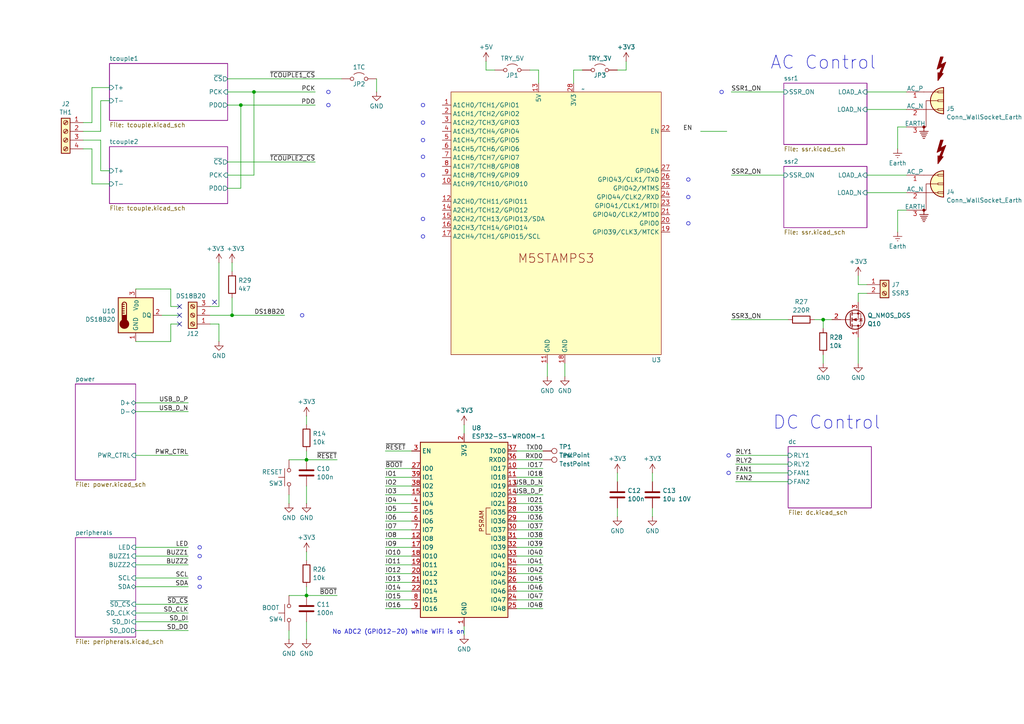
<source format=kicad_sch>
(kicad_sch (version 20231120) (generator "eeschema") (generator_version "8.0")
  (paper "A4")
  (lib_symbols
    (symbol "Connector:Conn_WallSocket_Earth" (pin_names (offset 0))
      (property "Reference" "J" (at 3.81 6.985 0))
      (property "Value" "Conn_WallSocket_Earth" (at 7.62 2.54 90))
      (symbol "Conn_WallSocket_Earth_0_1"
        (circle (center 0 -5.08) (radius 0.3556) (fill (type outline)))
        (polyline (pts (xy -1.27 -6.35) (xy 1.27 -6.35)) (stroke (width 0.2032)))
        (polyline (pts (xy 0 -5.08) (xy 0 -6.35)) (stroke (width 0.2032)))
        (polyline (pts (xy 0.254 -8.382) (xy -0.254 -8.382)) (stroke (width 0.2032)))
        (polyline (pts (xy 0.508 -7.874) (xy -0.508 -7.874)) (stroke (width 0.2032)))
        (polyline (pts (xy 0.762 -7.366) (xy -0.762 -7.366)) (stroke (width 0.2032)))
        (polyline (pts (xy 1.016 -6.858) (xy -1.016 -6.858)) (stroke (width 0.2032)))
        (polyline (pts (xy 4.064 0) (xy 0 0)))
        (polyline (pts (xy 4.064 5.08) (xy 0 5.08)))
        (polyline (pts (xy 5.715 -1.27) (xy 5.715 6.35)) (stroke (width 0.254)))
        (polyline (pts (xy 0 -5.08) (xy 0.635 -5.08) (xy 0.635 2.54) (xy 4.064 2.54)))
        (rectangle (start 5.715 -0.254) (end 4.064 0.254))
        (rectangle (start 5.715 2.286) (end 4.064 2.794))
        (rectangle (start 5.715 4.826) (end 4.064 5.334))
        (arc (start 5.715 6.35) (mid 1.9216 2.54) (end 5.715 -1.27) (stroke (width 0.254)) (fill (type background)))
      )
      (symbol "Conn_WallSocket_Earth_1_1"
        (pin power_in line (at -5.08 5.08 0) (length 5.08) (name "AC_P") (number "1"))
        (pin power_in line (at -5.08 0 0) (length 5.08) (name "AC_N") (number "2"))
        (pin passive line (at -5.08 -5.08 0) (length 5.08) (name "EARTH") (number "3"))
      )
    )
    (symbol "Connector:Screw_Terminal_01x02" (pin_names (offset 1.016) hide)
      (property "Reference" "J" (at 0 2.54 0))
      (property "Value" "Screw_Terminal_01x02" (at 0 -5.08 0))
      (symbol "Screw_Terminal_01x02_1_1"
        (rectangle (start -1.27 1.27) (end 1.27 -3.81) (stroke (width 0.254)) (fill (type background)))
        (circle (center 0 -2.54) (radius 0.635) (stroke (width 0.1524)))
        (polyline (pts (xy -0.5334 -2.2098) (xy 0.3302 -3.048)) (stroke (width 0.1524)))
        (polyline (pts (xy -0.5334 0.3302) (xy 0.3302 -0.508)) (stroke (width 0.1524)))
        (polyline (pts (xy -0.3556 -2.032) (xy 0.508 -2.8702)) (stroke (width 0.1524)))
        (polyline (pts (xy -0.3556 0.508) (xy 0.508 -0.3302)) (stroke (width 0.1524)))
        (circle (center 0 0) (radius 0.635) (stroke (width 0.1524)))
        (pin passive line (at -5.08 0 0) (length 3.81) (name "Pin_1") (number "1"))
        (pin passive line (at -5.08 -2.54 0) (length 3.81) (name "Pin_2") (number "2"))
      )
    )
    (symbol "Connector:Screw_Terminal_01x03" (pin_names (offset 1.016) hide)
      (property "Reference" "J" (at 0 5.08 0))
      (property "Value" "Screw_Terminal_01x03" (at 0 -5.08 0))
      (symbol "Screw_Terminal_01x03_1_1"
        (rectangle (start -1.27 3.81) (end 1.27 -3.81) (stroke (width 0.254)) (fill (type background)))
        (circle (center 0 -2.54) (radius 0.635) (stroke (width 0.1524)))
        (polyline (pts (xy -0.5334 -2.2098) (xy 0.3302 -3.048)) (stroke (width 0.1524)))
        (polyline (pts (xy -0.5334 0.3302) (xy 0.3302 -0.508)) (stroke (width 0.1524)))
        (polyline (pts (xy -0.5334 2.8702) (xy 0.3302 2.032)) (stroke (width 0.1524)))
        (polyline (pts (xy -0.3556 -2.032) (xy 0.508 -2.8702)) (stroke (width 0.1524)))
        (polyline (pts (xy -0.3556 0.508) (xy 0.508 -0.3302)) (stroke (width 0.1524)))
        (polyline (pts (xy -0.3556 3.048) (xy 0.508 2.2098)) (stroke (width 0.1524)))
        (circle (center 0 0) (radius 0.635) (stroke (width 0.1524)))
        (circle (center 0 2.54) (radius 0.635) (stroke (width 0.1524)))
        (pin passive line (at -5.08 2.54 0) (length 3.81) (name "Pin_1") (number "1"))
        (pin passive line (at -5.08 0 0) (length 3.81) (name "Pin_2") (number "2"))
        (pin passive line (at -5.08 -2.54 0) (length 3.81) (name "Pin_3") (number "3"))
      )
    )
    (symbol "Connector:Screw_Terminal_01x04" (pin_names (offset 1.016) hide)
      (property "Reference" "J" (at 0 5.08 0))
      (property "Value" "Screw_Terminal_01x04" (at 0 -7.62 0))
      (symbol "Screw_Terminal_01x04_1_1"
        (rectangle (start -1.27 3.81) (end 1.27 -6.35) (stroke (width 0.254)) (fill (type background)))
        (circle (center 0 -5.08) (radius 0.635) (stroke (width 0.1524)))
        (circle (center 0 -2.54) (radius 0.635) (stroke (width 0.1524)))
        (polyline (pts (xy -0.5334 -4.7498) (xy 0.3302 -5.588)) (stroke (width 0.1524)))
        (polyline (pts (xy -0.5334 -2.2098) (xy 0.3302 -3.048)) (stroke (width 0.1524)))
        (polyline (pts (xy -0.5334 0.3302) (xy 0.3302 -0.508)) (stroke (width 0.1524)))
        (polyline (pts (xy -0.5334 2.8702) (xy 0.3302 2.032)) (stroke (width 0.1524)))
        (polyline (pts (xy -0.3556 -4.572) (xy 0.508 -5.4102)) (stroke (width 0.1524)))
        (polyline (pts (xy -0.3556 -2.032) (xy 0.508 -2.8702)) (stroke (width 0.1524)))
        (polyline (pts (xy -0.3556 0.508) (xy 0.508 -0.3302)) (stroke (width 0.1524)))
        (polyline (pts (xy -0.3556 3.048) (xy 0.508 2.2098)) (stroke (width 0.1524)))
        (circle (center 0 0) (radius 0.635) (stroke (width 0.1524)))
        (circle (center 0 2.54) (radius 0.635) (stroke (width 0.1524)))
        (pin passive line (at -5.08 2.54 0) (length 3.81) (name "Pin_1") (number "1"))
        (pin passive line (at -5.08 0 0) (length 3.81) (name "Pin_2") (number "2"))
        (pin passive line (at -5.08 -2.54 0) (length 3.81) (name "Pin_3") (number "3"))
        (pin passive line (at -5.08 -5.08 0) (length 3.81) (name "Pin_4") (number "4"))
      )
    )
    (symbol "Connector:TestPoint" (pin_numbers hide) (pin_names (offset 0.762) hide)
      (property "Reference" "TP" (at 0 6.858 0))
      (property "Value" "TestPoint" (at 0 5.08 0))
      (symbol "TestPoint_0_1"
        (circle (center 0 3.302) (radius 0.762))
      )
      (symbol "TestPoint_1_1"
        (pin passive line (at 0 0 90) (length 2.54) (name "1") (number "1"))
      )
    )
    (symbol "Device:C" (pin_numbers hide) (pin_names (offset 0.254))
      (property "Reference" "C" (at 0.635 2.54 0))
      (property "Value" "C" (at 0.635 -2.54 0))
      (symbol "C_0_1"
        (polyline (pts (xy -2.032 -0.762) (xy 2.032 -0.762)) (stroke (width 0.508)))
        (polyline (pts (xy -2.032 0.762) (xy 2.032 0.762)) (stroke (width 0.508)))
      )
      (symbol "C_1_1"
        (pin passive line (at 0 3.81 270) (length 2.794) (name "~") (number "1"))
        (pin passive line (at 0 -3.81 90) (length 2.794) (name "~") (number "2"))
      )
    )
    (symbol "Device:Q_NMOS_DGS" (pin_names (offset 0) hide)
      (property "Reference" "Q" (at 5.08 1.27 0))
      (property "Value" "Q_NMOS_DGS" (at 5.08 -1.27 0))
      (symbol "Q_NMOS_DGS_0_1"
        (polyline (pts (xy 0.254 0) (xy -2.54 0)))
        (polyline (pts (xy 0.254 1.905) (xy 0.254 -1.905)) (stroke (width 0.254)))
        (polyline (pts (xy 0.762 -1.27) (xy 0.762 -2.286)) (stroke (width 0.254)))
        (polyline (pts (xy 0.762 0.508) (xy 0.762 -0.508)) (stroke (width 0.254)))
        (polyline (pts (xy 0.762 2.286) (xy 0.762 1.27)) (stroke (width 0.254)))
        (polyline (pts (xy 2.54 2.54) (xy 2.54 1.778)))
        (polyline (pts (xy 2.54 -2.54) (xy 2.54 0) (xy 0.762 0)))
        (polyline (pts (xy 0.762 -1.778) (xy 3.302 -1.778) (xy 3.302 1.778) (xy 0.762 1.778)))
        (polyline (pts (xy 1.016 0) (xy 2.032 0.381) (xy 2.032 -0.381) (xy 1.016 0)) (fill (type outline)))
        (polyline (pts (xy 2.794 0.508) (xy 2.921 0.381) (xy 3.683 0.381) (xy 3.81 0.254)))
        (polyline (pts (xy 3.302 0.381) (xy 2.921 -0.254) (xy 3.683 -0.254) (xy 3.302 0.381)))
        (circle (center 1.651 0) (radius 2.794) (stroke (width 0.254)))
        (circle (center 2.54 -1.778) (radius 0.254) (fill (type outline)))
        (circle (center 2.54 1.778) (radius 0.254) (fill (type outline)))
      )
      (symbol "Q_NMOS_DGS_1_1"
        (pin passive line (at 2.54 5.08 270) (length 2.54) (name "D") (number "1"))
        (pin input line (at -5.08 0 0) (length 2.54) (name "G") (number "2"))
        (pin passive line (at 2.54 -5.08 90) (length 2.54) (name "S") (number "3"))
      )
    )
    (symbol "Device:R" (pin_numbers hide) (pin_names (offset 0))
      (property "Reference" "R" (at 2.032 0 90))
      (property "Value" "R" (at 0 0 90))
      (symbol "R_0_1"
        (rectangle (start -1.016 -2.54) (end 1.016 2.54) (stroke (width 0.254)))
      )
      (symbol "R_1_1"
        (pin passive line (at 0 3.81 270) (length 1.27) (name "~") (number "1"))
        (pin passive line (at 0 -3.81 90) (length 1.27) (name "~") (number "2"))
      )
    )
    (symbol "Graphic:SYM_Flash_Small" (in_bom no) (on_board no)
      (symbol "SYM_Flash_Small_0_1"
        (polyline (pts (xy 0.508 -1.016) (xy -1.016 -0.762) (xy -1.016 -3.048) (xy 0.508 -1.016)) (stroke (width 0.2032)) (fill (type outline)))
        (polyline (pts (xy -0.254 3.81) (xy 0.508 3.81) (xy -0.254 1.524) (xy 1.27 2.286) (xy 0 -1.016) (xy -0.508 -0.762) (xy 0.254 1.016) (xy -1.27 0.254) (xy -0.254 3.81)) (stroke (width 0.2032)) (fill (type outline)))
      )
    )
    (symbol "Jumper:Jumper_2_Open" (pin_numbers hide) (pin_names (offset 0) hide) (exclude_from_sim yes)
      (property "Reference" "JP" (at 0 2.794 0))
      (property "Value" "Jumper_2_Open" (at 0 -2.286 0))
      (symbol "Jumper_2_Open_0_0"
        (circle (center -2.032 0) (radius 0.508))
        (circle (center 2.032 0) (radius 0.508))
      )
      (symbol "Jumper_2_Open_0_1"
        (arc (start 1.524 1.27) (mid 0 1.778) (end -1.524 1.27))
      )
      (symbol "Jumper_2_Open_1_1"
        (pin passive line (at -5.08 0 0) (length 2.54) (name "A") (number "1"))
        (pin passive line (at 5.08 0 180) (length 2.54) (name "B") (number "2"))
      )
    )
    (symbol "M5Stack:M5STAMPS3"
      (property "Reference" "U" (at -48.26 -2.54 0))
      (symbol "M5STAMPS3_0_1"
        (rectangle (start -30.48 36.83) (end 30.48 -39.37) (fill (type background)))
      )
      (symbol "M5STAMPS3_1_0"
        (text "M5STAMPS3\n" (at 0 -11.43 0) (effects (font (size 2.54 2.54))))
      )
      (symbol "M5STAMPS3_1_1"
        (pin bidirectional line (at -33.02 33.02 0) (length 2.54) (name "A1CH0/TCH1/GPIO1") (number "1"))
        (pin bidirectional line (at -33.02 10.16 0) (length 2.54) (name "A1CH9/TCH10/GPIO10") (number "10"))
        (pin power_in line (at -2.54 -41.91 90) (length 2.54) (name "GND") (number "11"))
        (pin bidirectional line (at -33.02 5.08 0) (length 2.54) (name "A2CH0/TCH11/GPIO11") (number "12"))
        (pin power_in line (at -5.08 39.37 270) (length 2.54) (name "5V") (number "13"))
        (pin bidirectional line (at -33.02 2.54 0) (length 2.54) (name "A2CH1/TCH12/GPIO12") (number "14"))
        (pin bidirectional line (at -33.02 0 0) (length 2.54) (name "A2CH2/TCH13/GPIO13/SDA") (number "15"))
        (pin bidirectional line (at -33.02 -2.54 0) (length 2.54) (name "A2CH3/TCH14/GPIO14") (number "16"))
        (pin bidirectional line (at -33.02 -5.08 0) (length 2.54) (name "A2CH4/TCH1/GPIO15/SCL") (number "17"))
        (pin power_in line (at 2.54 -41.91 90) (length 2.54) (name "GND") (number "18"))
        (pin bidirectional line (at 33.02 -3.81 180) (length 2.54) (name "GPIO39/CLK3/MTCK") (number "19"))
        (pin bidirectional line (at -33.02 30.48 0) (length 2.54) (name "A1CH1/TCH2/GPIO2") (number "2"))
        (pin bidirectional line (at 33.02 -1.27 180) (length 2.54) (name "GPIO0") (number "20"))
        (pin bidirectional line (at 33.02 1.27 180) (length 2.54) (name "GPIO40/CLK2/MTD0") (number "21"))
        (pin input line (at 33.02 25.4 180) (length 2.54) (name "EN") (number "22"))
        (pin bidirectional line (at 33.02 3.81 180) (length 2.54) (name "GPIO41/CLK1/MTDI") (number "23"))
        (pin bidirectional line (at 33.02 6.35 180) (length 2.54) (name "GPIO44/CLK2/RXD") (number "24"))
        (pin bidirectional line (at 33.02 8.89 180) (length 2.54) (name "GPIO42/MTMS") (number "25"))
        (pin bidirectional line (at 33.02 11.43 180) (length 2.54) (name "GPIO43/CLK1/TXD") (number "26"))
        (pin bidirectional line (at 33.02 13.97 180) (length 2.54) (name "GPIO46") (number "27"))
        (pin power_in line (at 5.08 39.37 270) (length 2.54) (name "3V3") (number "28"))
        (pin bidirectional line (at -33.02 27.94 0) (length 2.54) (name "A1CH2/TCH3/GPIO3") (number "3"))
        (pin bidirectional line (at -33.02 25.4 0) (length 2.54) (name "A1CH3/TCH4/GPIO4") (number "4"))
        (pin bidirectional line (at -33.02 22.86 0) (length 2.54) (name "A1CH4/TCH5/GPIO5") (number "5"))
        (pin bidirectional line (at -33.02 20.32 0) (length 2.54) (name "A1CH5/TCH6/GPIO6") (number "6"))
        (pin bidirectional line (at -33.02 17.78 0) (length 2.54) (name "A1CH6/TCH7/GPIO7") (number "7"))
        (pin bidirectional line (at -33.02 15.24 0) (length 2.54) (name "A1CH7/TCH8/GPIO8") (number "8"))
        (pin bidirectional line (at -33.02 12.7 0) (length 2.54) (name "A1CH8/TCH9/GPIO9") (number "9"))
      )
    )
    (symbol "RF_Module:ESP32-S3-WROOM-1"
      (property "Reference" "U" (at -12.7 26.67 0))
      (property "Value" "ESP32-S3-WROOM-1" (at 12.7 26.67 0))
      (symbol "ESP32-S3-WROOM-1_0_0"
        (rectangle (start -12.7 25.4) (end 12.7 -25.4) (stroke (width 0.254)) (fill (type background)))
        (text "PSRAM" (at 5.08 2.54 900) (effects (font (size 1.27 1.27))))
      )
      (symbol "ESP32-S3-WROOM-1_0_1"
        (polyline (pts (xy 7.62 -1.27) (xy 6.35 -1.27) (xy 6.35 6.35) (xy 7.62 6.35)))
      )
      (symbol "ESP32-S3-WROOM-1_1_1"
        (pin power_in line (at 0 -27.94 90) (length 2.54) (name "GND") (number "1"))
        (pin bidirectional line (at 15.24 17.78 180) (length 2.54) (name "IO17") (number "10"))
        (pin bidirectional line (at 15.24 15.24 180) (length 2.54) (name "IO18") (number "11"))
        (pin bidirectional line (at -15.24 -2.54 0) (length 2.54) (name "IO8") (number "12"))
        (pin bidirectional line (at 15.24 12.7 180) (length 2.54) (name "IO19") (number "13"))
        (pin bidirectional line (at 15.24 10.16 180) (length 2.54) (name "IO20") (number "14"))
        (pin bidirectional line (at -15.24 10.16 0) (length 2.54) (name "IO3") (number "15"))
        (pin bidirectional line (at 15.24 -17.78 180) (length 2.54) (name "IO46") (number "16"))
        (pin bidirectional line (at -15.24 -5.08 0) (length 2.54) (name "IO9") (number "17"))
        (pin bidirectional line (at -15.24 -7.62 0) (length 2.54) (name "IO10") (number "18"))
        (pin bidirectional line (at -15.24 -10.16 0) (length 2.54) (name "IO11") (number "19"))
        (pin power_in line (at 0 27.94 270) (length 2.54) (name "3V3") (number "2"))
        (pin bidirectional line (at -15.24 -12.7 0) (length 2.54) (name "IO12") (number "20"))
        (pin bidirectional line (at -15.24 -15.24 0) (length 2.54) (name "IO13") (number "21"))
        (pin bidirectional line (at -15.24 -17.78 0) (length 2.54) (name "IO14") (number "22"))
        (pin bidirectional line (at 15.24 7.62 180) (length 2.54) (name "IO21") (number "23"))
        (pin bidirectional line (at 15.24 -20.32 180) (length 2.54) (name "IO47") (number "24"))
        (pin bidirectional line (at 15.24 -22.86 180) (length 2.54) (name "IO48") (number "25"))
        (pin bidirectional line (at 15.24 -15.24 180) (length 2.54) (name "IO45") (number "26"))
        (pin bidirectional line (at -15.24 17.78 0) (length 2.54) (name "IO0") (number "27"))
        (pin bidirectional line (at 15.24 5.08 180) (length 2.54) (name "IO35") (number "28"))
        (pin bidirectional line (at 15.24 2.54 180) (length 2.54) (name "IO36") (number "29"))
        (pin input line (at -15.24 22.86 0) (length 2.54) (name "EN") (number "3"))
        (pin bidirectional line (at 15.24 0 180) (length 2.54) (name "IO37") (number "30"))
        (pin bidirectional line (at 15.24 -2.54 180) (length 2.54) (name "IO38") (number "31"))
        (pin bidirectional line (at 15.24 -5.08 180) (length 2.54) (name "IO39") (number "32"))
        (pin bidirectional line (at 15.24 -7.62 180) (length 2.54) (name "IO40") (number "33"))
        (pin bidirectional line (at 15.24 -10.16 180) (length 2.54) (name "IO41") (number "34"))
        (pin bidirectional line (at 15.24 -12.7 180) (length 2.54) (name "IO42") (number "35"))
        (pin bidirectional line (at 15.24 20.32 180) (length 2.54) (name "RXD0") (number "36"))
        (pin bidirectional line (at 15.24 22.86 180) (length 2.54) (name "TXD0") (number "37"))
        (pin bidirectional line (at -15.24 12.7 0) (length 2.54) (name "IO2") (number "38"))
        (pin bidirectional line (at -15.24 15.24 0) (length 2.54) (name "IO1") (number "39"))
        (pin bidirectional line (at -15.24 7.62 0) (length 2.54) (name "IO4") (number "4"))
        (pin passive line (at 0 -27.94 90) (length 2.54) hide (name "GND") (number "40"))
        (pin passive line (at 0 -27.94 90) (length 2.54) hide (name "GND") (number "41"))
        (pin bidirectional line (at -15.24 5.08 0) (length 2.54) (name "IO5") (number "5"))
        (pin bidirectional line (at -15.24 2.54 0) (length 2.54) (name "IO6") (number "6"))
        (pin bidirectional line (at -15.24 0 0) (length 2.54) (name "IO7") (number "7"))
        (pin bidirectional line (at -15.24 -20.32 0) (length 2.54) (name "IO15") (number "8"))
        (pin bidirectional line (at -15.24 -22.86 0) (length 2.54) (name "IO16") (number "9"))
      )
    )
    (symbol "Sensor_Temperature:DS18B20"
      (property "Reference" "U" (at -3.81 6.35 0))
      (property "Value" "DS18B20" (at 6.35 6.35 0))
      (symbol "DS18B20_0_1"
        (rectangle (start -5.08 5.08) (end 5.08 -5.08) (stroke (width 0.254)) (fill (type background)))
        (circle (center -3.302 -2.54) (radius 1.27) (stroke (width 0.254)) (fill (type outline)))
        (rectangle (start -2.667 -1.905) (end -3.937 0) (stroke (width 0.254)) (fill (type outline)))
        (arc (start -2.667 3.175) (mid -3.302 3.8073) (end -3.937 3.175) (stroke (width 0.254)))
        (polyline (pts (xy -3.937 0.635) (xy -3.302 0.635)) (stroke (width 0.254)))
        (polyline (pts (xy -3.937 1.27) (xy -3.302 1.27)) (stroke (width 0.254)))
        (polyline (pts (xy -3.937 1.905) (xy -3.302 1.905)) (stroke (width 0.254)))
        (polyline (pts (xy -3.937 2.54) (xy -3.302 2.54)) (stroke (width 0.254)))
        (polyline (pts (xy -3.937 3.175) (xy -3.937 0)) (stroke (width 0.254)))
        (polyline (pts (xy -3.937 3.175) (xy -3.302 3.175)) (stroke (width 0.254)))
        (polyline (pts (xy -2.667 3.175) (xy -2.667 0)) (stroke (width 0.254)))
      )
      (symbol "DS18B20_1_1"
        (pin power_in line (at 0 -7.62 90) (length 2.54) (name "GND") (number "1"))
        (pin bidirectional line (at 7.62 0 180) (length 2.54) (name "DQ") (number "2"))
        (pin power_in line (at 0 7.62 270) (length 2.54) (name "V_{DD}") (number "3"))
      )
    )
    (symbol "Switch:SW_Push" (pin_numbers hide) (pin_names (offset 1.016) hide)
      (property "Reference" "SW" (at 1.27 2.54 0))
      (property "Value" "SW_Push" (at 0 -1.524 0))
      (symbol "SW_Push_0_1"
        (circle (center -2.032 0) (radius 0.508))
        (polyline (pts (xy 0 1.27) (xy 0 3.048)))
        (polyline (pts (xy 2.54 1.27) (xy -2.54 1.27)))
        (circle (center 2.032 0) (radius 0.508))
        (pin passive line (at -5.08 0 0) (length 2.54) (name "1") (number "1"))
        (pin passive line (at 5.08 0 180) (length 2.54) (name "2") (number "2"))
      )
    )
    (symbol "power:+3V3" (power) (pin_numbers hide) (pin_names (offset 0) hide)
      (property "Value" "+3V3" (at 0 3.556 0))
      (symbol "+3V3_0_1"
        (polyline (pts (xy -0.762 1.27) (xy 0 2.54)))
        (polyline (pts (xy 0 0) (xy 0 2.54)))
        (polyline (pts (xy 0 2.54) (xy 0.762 1.27)))
      )
      (symbol "+3V3_1_1"
        (pin power_in line (at 0 0 90) (length 0) (name "~") (number "1"))
      )
    )
    (symbol "power:+5V" (power) (pin_numbers hide) (pin_names (offset 0) hide)
      (property "Value" "+5V" (at 0 3.556 0))
      (symbol "+5V_0_1"
        (polyline (pts (xy -0.762 1.27) (xy 0 2.54)))
        (polyline (pts (xy 0 0) (xy 0 2.54)))
        (polyline (pts (xy 0 2.54) (xy 0.762 1.27)))
      )
      (symbol "+5V_1_1"
        (pin power_in line (at 0 0 90) (length 0) (name "~") (number "1"))
      )
    )
    (symbol "power:Earth" (power) (pin_numbers hide) (pin_names (offset 0) hide)
      (property "Value" "Earth" (at 0 -3.81 0))
      (symbol "Earth_0_1"
        (polyline (pts (xy -0.635 -1.905) (xy 0.635 -1.905)))
        (polyline (pts (xy -0.127 -2.54) (xy 0.127 -2.54)))
        (polyline (pts (xy 0 -1.27) (xy 0 0)))
        (polyline (pts (xy 1.27 -1.27) (xy -1.27 -1.27)))
      )
      (symbol "Earth_1_1"
        (pin power_in line (at 0 0 270) (length 0) (name "~") (number "1"))
      )
    )
    (symbol "power:GND" (power) (pin_numbers hide) (pin_names (offset 0) hide)
      (property "Value" "GND" (at 0 -3.81 0))
      (symbol "GND_0_1"
        (polyline (pts (xy 0 0) (xy 0 -1.27) (xy 1.27 -1.27) (xy 0 -2.54) (xy -1.27 -1.27) (xy 0 -1.27)))
      )
      (symbol "GND_1_1"
        (pin power_in line (at 0 0 270) (length 0) (name "~") (number "1"))
      )
    )
  )
  (junction (at 88.9 172.72))
  (junction (at 88.9 133.35))
  (junction (at 67.31 91.44))
  (junction (at 69.85 30.48))
  (junction (at 238.76 92.71))
  (junction (at 73.66 26.67))
  (no_connect (at 52.07 93.98))
  (no_connect (at 52.07 91.44))
  (no_connect (at 52.07 88.9))
  (no_connect (at 62.23 87.63))
  (no_connect (at 278.13 -8.89))
  (wire (pts (xy 46.99 91.44) (xy 52.07 91.44)))
  (wire (pts (xy 24.13 40.64) (xy 29.21 40.64)))
  (wire (pts (xy 149.86 171.45) (xy 157.48 171.45)))
  (wire (pts (xy 260.35 36.83) (xy 260.35 43.18)))
  (wire (pts (xy 149.86 166.37) (xy 157.48 166.37)))
  (wire (pts (xy 88.9 120.65) (xy 88.9 123.19)))
  (wire (pts (xy 203.2 38.1) (xy 210.82 38.1)))
  (wire (pts (xy 83.82 133.35) (xy 88.9 133.35)))
  (wire (pts (xy 39.37 83.82) (xy 49.53 83.82)))
  (wire (pts (xy 213.36 137.16) (xy 228.6 137.16)))
  (wire (pts (xy 158.75 105.41) (xy 158.75 109.22)))
  (wire (pts (xy 88.9 160.02) (xy 88.9 162.56)))
  (wire (pts (xy 251.46 26.67) (xy 262.89 26.67)))
  (wire (pts (xy 66.04 26.67) (xy 73.66 26.67)))
  (wire (pts (xy 111.76 130.81) (xy 119.38 130.81)))
  (wire (pts (xy 49.53 99.06) (xy 49.53 93.98)))
  (wire (pts (xy 149.86 148.59) (xy 157.48 148.59)))
  (wire (pts (xy 149.86 143.51) (xy 157.48 143.51)))
  (wire (pts (xy 149.86 161.29) (xy 157.48 161.29)))
  (wire (pts (xy 251.46 50.8) (xy 262.89 50.8)))
  (wire (pts (xy 63.5 88.9) (xy 63.5 76.2)))
  (wire (pts (xy 248.92 97.79) (xy 248.92 105.41)))
  (wire (pts (xy 88.9 172.72) (xy 97.79 172.72)))
  (wire (pts (xy 149.86 135.89) (xy 157.48 135.89)))
  (wire (pts (xy 39.37 163.83) (xy 54.61 163.83)))
  (wire (pts (xy 88.9 180.34) (xy 88.9 185.42)))
  (wire (pts (xy 26.67 53.34) (xy 31.75 53.34)))
  (wire (pts (xy 67.31 76.2) (xy 67.31 78.74)))
  (wire (pts (xy 88.9 170.18) (xy 88.9 172.72)))
  (wire (pts (xy 111.76 176.53) (xy 119.38 176.53)))
  (wire (pts (xy 66.04 46.99) (xy 91.44 46.99)))
  (wire (pts (xy 29.21 49.53) (xy 31.75 49.53)))
  (wire (pts (xy 60.96 91.44) (xy 67.31 91.44)))
  (wire (pts (xy 69.85 30.48) (xy 69.85 54.61)))
  (wire (pts (xy 166.37 20.32) (xy 166.37 24.13)))
  (wire (pts (xy 251.46 31.75) (xy 262.89 31.75)))
  (wire (pts (xy 149.86 168.91) (xy 157.48 168.91)))
  (wire (pts (xy 248.92 82.55) (xy 251.46 82.55)))
  (wire (pts (xy 149.86 133.35) (xy 157.48 133.35)))
  (wire (pts (xy 189.23 137.16) (xy 189.23 139.7)))
  (wire (pts (xy 60.96 88.9) (xy 63.5 88.9)))
  (wire (pts (xy 179.07 137.16) (xy 179.07 139.7)))
  (wire (pts (xy 66.04 50.8) (xy 73.66 50.8)))
  (wire (pts (xy 149.86 173.99) (xy 157.48 173.99)))
  (wire (pts (xy 39.37 175.26) (xy 54.61 175.26)))
  (wire (pts (xy 153.67 20.32) (xy 156.21 20.32)))
  (wire (pts (xy 251.46 55.88) (xy 262.89 55.88)))
  (wire (pts (xy 66.04 54.61) (xy 69.85 54.61)))
  (wire (pts (xy 111.76 171.45) (xy 119.38 171.45)))
  (wire (pts (xy 156.21 20.32) (xy 156.21 24.13)))
  (wire (pts (xy 60.96 93.98) (xy 63.5 93.98)))
  (wire (pts (xy 149.86 163.83) (xy 157.48 163.83)))
  (wire (pts (xy 149.86 156.21) (xy 157.48 156.21)))
  (wire (pts (xy 238.76 92.71) (xy 241.3 92.71)))
  (wire (pts (xy 39.37 158.75) (xy 54.61 158.75)))
  (wire (pts (xy 149.86 138.43) (xy 157.48 138.43)))
  (wire (pts (xy 212.09 50.8) (xy 227.33 50.8)))
  (wire (pts (xy 238.76 92.71) (xy 238.76 95.25)))
  (wire (pts (xy 39.37 167.64) (xy 54.61 167.64)))
  (wire (pts (xy 26.67 35.56) (xy 26.67 25.4)))
  (wire (pts (xy 149.86 130.81) (xy 157.48 130.81)))
  (wire (pts (xy 67.31 91.44) (xy 67.31 86.36)))
  (wire (pts (xy 149.86 158.75) (xy 157.48 158.75)))
  (wire (pts (xy 73.66 26.67) (xy 73.66 50.8)))
  (wire (pts (xy 260.35 60.96) (xy 260.35 67.31)))
  (wire (pts (xy 26.67 25.4) (xy 31.75 25.4)))
  (wire (pts (xy 24.13 43.18) (xy 26.67 43.18)))
  (wire (pts (xy 73.66 26.67) (xy 91.44 26.67)))
  (wire (pts (xy 213.36 132.08) (xy 228.6 132.08)))
  (wire (pts (xy 163.83 105.41) (xy 163.83 109.22)))
  (wire (pts (xy 88.9 133.35) (xy 97.79 133.35)))
  (wire (pts (xy 238.76 102.87) (xy 238.76 105.41)))
  (wire (pts (xy 111.76 148.59) (xy 119.38 148.59)))
  (wire (pts (xy 109.22 22.86) (xy 109.22 26.67)))
  (wire (pts (xy 149.86 176.53) (xy 157.48 176.53)))
  (wire (pts (xy 140.97 17.78) (xy 140.97 20.32)))
  (wire (pts (xy 111.76 140.97) (xy 119.38 140.97)))
  (wire (pts (xy 83.82 143.51) (xy 83.82 146.05)))
  (wire (pts (xy 111.76 146.05) (xy 119.38 146.05)))
  (wire (pts (xy 39.37 99.06) (xy 49.53 99.06)))
  (wire (pts (xy 149.86 146.05) (xy 157.48 146.05)))
  (wire (pts (xy 111.76 168.91) (xy 119.38 168.91)))
  (wire (pts (xy 212.09 26.67) (xy 227.33 26.67)))
  (wire (pts (xy 69.85 30.48) (xy 66.04 30.48)))
  (wire (pts (xy 39.37 182.88) (xy 54.61 182.88)))
  (wire (pts (xy 179.07 20.32) (xy 181.61 20.32)))
  (wire (pts (xy 248.92 85.09) (xy 251.46 85.09)))
  (wire (pts (xy 179.07 147.32) (xy 179.07 149.86)))
  (wire (pts (xy 39.37 132.08) (xy 54.61 132.08)))
  (wire (pts (xy 49.53 83.82) (xy 49.53 88.9)))
  (wire (pts (xy 39.37 180.34) (xy 54.61 180.34)))
  (wire (pts (xy 49.53 93.98) (xy 52.07 93.98)))
  (wire (pts (xy 149.86 153.67) (xy 157.48 153.67)))
  (wire (pts (xy 149.86 151.13) (xy 157.48 151.13)))
  (wire (pts (xy 111.76 173.99) (xy 119.38 173.99)))
  (wire (pts (xy 29.21 40.64) (xy 29.21 49.53)))
  (wire (pts (xy 166.37 20.32) (xy 168.91 20.32)))
  (wire (pts (xy 26.67 43.18) (xy 26.67 53.34)))
  (wire (pts (xy 236.22 92.71) (xy 238.76 92.71)))
  (wire (pts (xy 111.76 143.51) (xy 119.38 143.51)))
  (wire (pts (xy 29.21 38.1) (xy 29.21 29.21)))
  (wire (pts (xy 134.62 123.19) (xy 134.62 125.73)))
  (wire (pts (xy 213.36 139.7) (xy 228.6 139.7)))
  (wire (pts (xy 39.37 161.29) (xy 54.61 161.29)))
  (wire (pts (xy 111.76 166.37) (xy 119.38 166.37)))
  (wire (pts (xy 67.31 91.44) (xy 82.55 91.44)))
  (wire (pts (xy 262.89 60.96) (xy 260.35 60.96)))
  (wire (pts (xy 111.76 151.13) (xy 119.38 151.13)))
  (wire (pts (xy 111.76 156.21) (xy 119.38 156.21)))
  (wire (pts (xy 83.82 182.88) (xy 83.82 185.42)))
  (wire (pts (xy 212.09 92.71) (xy 228.6 92.71)))
  (wire (pts (xy 111.76 163.83) (xy 119.38 163.83)))
  (wire (pts (xy 49.53 88.9) (xy 52.07 88.9)))
  (wire (pts (xy 39.37 177.8) (xy 54.61 177.8)))
  (wire (pts (xy 248.92 85.09) (xy 248.92 87.63)))
  (wire (pts (xy 66.04 22.86) (xy 99.06 22.86)))
  (wire (pts (xy 88.9 130.81) (xy 88.9 133.35)))
  (wire (pts (xy 181.61 20.32) (xy 181.61 17.78)))
  (wire (pts (xy 134.62 181.61) (xy 134.62 184.15)))
  (wire (pts (xy 24.13 35.56) (xy 26.67 35.56)))
  (wire (pts (xy 213.36 134.62) (xy 228.6 134.62)))
  (wire (pts (xy 83.82 172.72) (xy 88.9 172.72)))
  (wire (pts (xy 29.21 29.21) (xy 31.75 29.21)))
  (wire (pts (xy 39.37 170.18) (xy 54.61 170.18)))
  (wire (pts (xy 63.5 93.98) (xy 63.5 99.06)))
  (wire (pts (xy 111.76 138.43) (xy 119.38 138.43)))
  (wire (pts (xy 39.37 116.84) (xy 54.61 116.84)))
  (wire (pts (xy 262.89 36.83) (xy 260.35 36.83)))
  (wire (pts (xy 189.23 147.32) (xy 189.23 149.86)))
  (wire (pts (xy 140.97 20.32) (xy 143.51 20.32)))
  (wire (pts (xy 111.76 153.67) (xy 119.38 153.67)))
  (wire (pts (xy 111.76 161.29) (xy 119.38 161.29)))
  (wire (pts (xy 69.85 30.48) (xy 91.44 30.48)))
  (wire (pts (xy 149.86 140.97) (xy 157.48 140.97)))
  (wire (pts (xy 111.76 158.75) (xy 119.38 158.75)))
  (wire (pts (xy 24.13 38.1) (xy 29.21 38.1)))
  (wire (pts (xy 248.92 80.01) (xy 248.92 82.55)))
  (wire (pts (xy 111.76 135.89) (xy 119.38 135.89)))
  (wire (pts (xy 39.37 119.38) (xy 54.61 119.38)))
  (wire (pts (xy 88.9 140.97) (xy 88.9 146.05)))
  (circle (center 199.644 52.07) (radius 0.508))
  (circle (center 57.912 161.29) (radius 0.508))
  (circle (center 211.328 132.08) (radius 0.508))
  (circle (center 211.328 137.16) (radius 0.508))
  (circle (center 122.682 63.5) (radius 0.508))
  (circle (center 122.682 40.64) (radius 0.508))
  (circle (center 95.25 30.48) (radius 0.508))
  (circle (center 122.682 45.466) (radius 0.508))
  (circle (center 95.25 26.67) (radius 0.508))
  (circle (center 199.644 57.15) (radius 0.508))
  (circle (center 122.682 50.8) (radius 0.508))
  (circle (center 57.912 158.75) (radius 0.508))
  (circle (center 209.296 26.67) (radius 0.508))
  (circle (center 57.912 167.64) (radius 0.508))
  (circle (center 87.63 91.44) (radius 0.508))
  (circle (center 57.912 170.18) (radius 0.508))
  (circle (center 122.682 35.56) (radius 0.508))
  (circle (center 122.682 68.58) (radius 0.508))
  (circle (center 199.644 64.77) (radius 0.508))
  (circle (center 122.682 30.48) (radius 0.508))
  (text "DC Control" (at 239.776 122.682 0) (effects (font (size 3.81 3.81))))
  (text "AC Control" (at 238.76 18.288 0) (effects (font (size 3.81 3.81))))
  (text "No ADC2 (GPIO12-20) while WiFi is on" (at 115.57 183.388 0) (effects (font (size 1.27 1.27))))
  (label "IO17" (at 157.48 135.89 180))
  (label "PDO" (at 91.44 30.48 180))
  (label "IO21" (at 157.48 146.05 180))
  (label "IO15" (at 111.76 173.99 0))
  (label "IO10" (at 111.76 161.29 0))
  (label "SD_DO" (at 54.61 182.88 180))
  (label "RLY1" (at 213.36 132.08 0))
  (label "IO18" (at 157.48 138.43 180))
  (label "IO41" (at 157.48 163.83 180))
  (label "IO36" (at 157.48 151.13 180))
  (label "~{SD_CS}" (at 54.61 175.26 180))
  (label "USB_D_P" (at 157.48 143.51 180))
  (label "IO2" (at 111.76 140.97 0))
  (label "RXD0" (at 157.48 133.35 180))
  (label "IO40" (at 157.48 161.29 180))
  (label "DS18B20" (at 82.55 91.44 180))
  (label "IO46" (at 157.48 171.45 180))
  (label "~{BOOT}" (at 111.76 135.89 0))
  (label "IO16" (at 111.76 176.53 0))
  (label "SD_CLK" (at 54.61 177.8 180))
  (label "IO47" (at 157.48 173.99 180))
  (label "FAN1" (at 213.36 137.16 0))
  (label "BUZZ2" (at 54.61 163.83 180))
  (label "IO8" (at 111.76 156.21 0))
  (label "~{RESET}" (at 97.79 133.35 180))
  (label "IO12" (at 111.76 166.37 0))
  (label "IO42" (at 157.48 166.37 180))
  (label "SCL" (at 54.61 167.64 180))
  (label "BUZZ1" (at 54.61 161.29 180))
  (label "IO9" (at 111.76 158.75 0))
  (label "USB_D_P" (at 54.61 116.84 180))
  (label "SSR3_ON" (at 212.09 92.71 0))
  (label "IO13" (at 111.76 168.91 0))
  (label "SD_DI" (at 54.61 180.34 180))
  (label "IO48" (at 157.48 176.53 180))
  (label "IO11" (at 111.76 163.83 0))
  (label "IO39" (at 157.48 158.75 180))
  (label "~{TCOUPLE2_CS}" (at 91.44 46.99 180))
  (label "IO6" (at 111.76 151.13 0))
  (label "IO1" (at 111.76 138.43 0))
  (label "IO7" (at 111.76 153.67 0))
  (label "RLY2" (at 213.36 134.62 0))
  (label "IO37" (at 157.48 153.67 180))
  (label "~{RESET}" (at 111.76 130.81 0))
  (label "IO35" (at 157.48 148.59 180))
  (label "USB_D_N" (at 54.61 119.38 180))
  (label "IO45" (at 157.48 168.91 180))
  (label "IO14" (at 111.76 171.45 0))
  (label "USB_D_N" (at 157.48 140.97 180))
  (label "~{BOOT}" (at 97.79 172.72 180))
  (label "PWR_CTRL" (at 54.61 132.08 180))
  (label "IO3" (at 111.76 143.51 0))
  (label "EN" (at 198.12 38.1 0))
  (label "TXD0" (at 157.48 130.81 180))
  (label "IO38" (at 157.48 156.21 180))
  (label "SSR2_ON" (at 212.09 50.8 0))
  (label "SSR1_ON" (at 212.09 26.67 0))
  (label "SDA" (at 54.61 170.18 180))
  (label "IO5" (at 111.76 148.59 0))
  (label "PCK" (at 91.44 26.67 180))
  (label "FAN2" (at 213.36 139.7 0))
  (label "IO4" (at 111.76 146.05 0))
  (label "LED" (at 54.61 158.75 180))
  (label "~{TCOUPLE1_CS}" (at 91.44 22.86 180))
  (symbol (lib_id "Connector:TestPoint") (at 157.48 133.35 270) (unit 1)
    (property "Reference" "TP4" (at 162.179 132.1378 90) (effects (justify left)))
    (property "Value" "TestPoint" (at 162.179 134.5621 90) (effects (justify left)))
    (property "Description" "test point" (effects (hide yes)))
  )
  (symbol (lib_id "Graphic:SYM_Flash_Small") (at 273.05 20.32 0) (unit 1) (exclude_from_sim yes) (in_bom no) (on_board no)
    (property "Reference" "#SYM2" (effects (hide yes)))
    (property "Value" "SYM_Flash_Small" (effects (hide yes)))
    (property "Description" "Flash symbol, small" (effects (hide yes)))
  )
  (symbol (lib_id "power:GND") (at 63.5 99.06 0) (unit 1)
    (property "Reference" "#PWR068" (effects (hide yes)))
    (property "Value" "GND" (at 63.5 103.1931 0))
    (property "Description" "Power symbol creates a global label with name \"GND\" , ground" (effects (hide yes)))
  )
  (symbol (lib_id "power:+3V3") (at 248.92 80.01 0) (unit 1)
    (property "Reference" "#PWR060" (effects (hide yes)))
    (property "Value" "+3V3" (at 248.92 75.8769 0))
    (property "Description" "Power symbol creates a global label with name \"+3V3\"" (effects (hide yes)))
  )
  (symbol (lib_id "Device:C") (at 88.9 137.16 0) (unit 1)
    (property "Reference" "C10" (at 91.821 135.9478 0) (effects (justify left)))
    (property "Value" "100n" (at 91.821 138.3721 0) (effects (justify left)))
    (property "Description" "Unpolarized capacitor" (effects (hide yes)))
  )
  (symbol (lib_id "power:GND") (at 83.82 146.05 0) (unit 1)
    (property "Reference" "#PWR076" (effects (hide yes)))
    (property "Value" "GND" (at 83.82 150.1831 0))
    (property "Description" "Power symbol creates a global label with name \"GND\" , ground" (effects (hide yes)))
  )
  (symbol (lib_id "power:GND") (at 83.82 185.42 0) (unit 1)
    (property "Reference" "#PWR078" (effects (hide yes)))
    (property "Value" "GND" (at 83.82 189.5531 0))
    (property "Description" "Power symbol creates a global label with name \"GND\" , ground" (effects (hide yes)))
  )
  (symbol (lib_id "Switch:SW_Push") (at 83.82 177.8 90) (unit 1)
    (property "Reference" "SW4" (at 77.978 179.578 90) (effects (justify right)))
    (property "Value" "BOOT" (at 75.946 176.276 90) (effects (justify right)))
    (property "Description" "Push button switch, generic, two pins" (effects (hide yes)))
  )
  (symbol (lib_id "Device:C") (at 88.9 176.53 0) (unit 1)
    (property "Reference" "C11" (at 91.821 175.3178 0) (effects (justify left)))
    (property "Value" "100n" (at 91.821 177.7421 0) (effects (justify left)))
    (property "Description" "Unpolarized capacitor" (effects (hide yes)))
  )
  (symbol (lib_id "Device:C") (at 189.23 143.51 0) (unit 1)
    (property "Reference" "C13" (at 192.151 142.2978 0) (effects (justify left)))
    (property "Value" "10u 10V" (at 192.151 144.7221 0) (effects (justify left)))
    (property "Description" "Unpolarized capacitor" (effects (hide yes)))
  )
  (symbol (lib_id "RF_Module:ESP32-S3-WROOM-1") (at 134.62 153.67 0) (unit 1)
    (property "Reference" "U8" (at 136.8141 124.1255 0) (effects (justify left)))
    (property "Value" "ESP32-S3-WROOM-1" (at 136.8141 126.5498 0) (effects (justify left)))
    (property "Footprint" "RF_Module:ESP32-S3-WROOM-1" (effects (hide yes)))
    (property "Datasheet" "https://www.espressif.com/sites/default/files/documentation/esp32-s3-wroom-1_wroom-1u_datasheet_en.pdf" (effects (hide yes)))
    (property "Description" "RF Module, ESP32-S3 SoC, Wi-Fi 802.11b/g/n, Bluetooth, BLE, 32-bit, 3.3V, onboard antenna, SMD" (effects (hide yes)))
  )
  (symbol (lib_id "power:GND") (at 163.83 109.22 0) (unit 1)
    (property "Reference" "#PWR02" (effects (hide yes)))
    (property "Value" "GND" (at 163.83 113.3531 0))
    (property "Description" "Power symbol creates a global label with name \"GND\" , ground" (effects (hide yes)))
  )
  (symbol (lib_id "Jumper:Jumper_2_Open") (at 148.59 20.32 0) (unit 1) (exclude_from_sim yes)
    (property "Reference" "JP1" (at 148.59 21.844 0))
    (property "Value" "TRY_5V" (at 148.59 16.9488 0))
    (property "Description" "Jumper, 2-pole, open" (effects (hide yes)))
  )
  (symbol (lib_id "power:GND") (at 109.22 26.67 0) (unit 1)
    (property "Reference" "#PWR086" (effects (hide yes)))
    (property "Value" "GND" (at 109.22 30.8031 0))
    (property "Description" "Power symbol creates a global label with name \"GND\" , ground" (effects (hide yes)))
  )
  (symbol (lib_id "Device:R") (at 67.31 82.55 180) (unit 1)
    (property "Reference" "R29" (at 69.088 81.3378 0) (effects (justify right)))
    (property "Value" "4k7" (at 69.088 83.7621 0) (effects (justify right)))
    (property "Description" "Resistor" (effects (hide yes)))
  )
  (symbol (lib_id "Jumper:Jumper_2_Open") (at 173.99 20.32 0) (unit 1) (exclude_from_sim yes)
    (property "Reference" "JP3" (at 173.99 21.844 0))
    (property "Value" "TRY_3V" (at 173.99 16.9488 0))
    (property "Description" "Jumper, 2-pole, open" (effects (hide yes)))
  )
  (symbol (lib_id "Device:C") (at 179.07 143.51 0) (unit 1)
    (property "Reference" "C12" (at 181.991 142.2978 0) (effects (justify left)))
    (property "Value" "100n" (at 181.991 144.7221 0) (effects (justify left)))
    (property "Description" "Unpolarized capacitor" (effects (hide yes)))
  )
  (symbol (lib_id "power:GND") (at 88.9 146.05 0) (unit 1)
    (property "Reference" "#PWR064" (effects (hide yes)))
    (property "Value" "GND" (at 88.9 150.1831 0))
    (property "Description" "Power symbol creates a global label with name \"GND\" , ground" (effects (hide yes)))
  )
  (symbol (lib_id "Switch:SW_Push") (at 83.82 138.43 90) (unit 1)
    (property "Reference" "SW3" (at 77.978 140.208 90) (effects (justify right)))
    (property "Value" "RESET" (at 75.946 136.906 90) (effects (justify right)))
    (property "Description" "Push button switch, generic, two pins" (effects (hide yes)))
  )
  (symbol (lib_id "power:+3V3") (at 63.5 76.2 0) (unit 1)
    (property "Reference" "#PWR067" (effects (hide yes)))
    (property "Value" "+3V3" (at 62.484 72.136 0))
    (property "Description" "Power symbol creates a global label with name \"+3V3\"" (effects (hide yes)))
  )
  (symbol (lib_id "Device:Q_NMOS_DGS") (at 246.38 92.71 0) (mirror x) (unit 1)
    (property "Reference" "Q10" (at 251.587 93.9222 0) (effects (justify left)))
    (property "Value" "Q_NMOS_DGS" (at 251.587 91.4979 0) (effects (justify left)))
    (property "Description" "N-MOSFET transistor, drain/gate/source" (effects (hide yes)))
  )
  (symbol (lib_id "power:+5V") (at 140.97 17.78 0) (unit 1)
    (property "Reference" "#PWR075" (effects (hide yes)))
    (property "Value" "+5V" (at 140.97 13.6469 0))
    (property "Description" "Power symbol creates a global label with name \"+5V\"" (effects (hide yes)))
  )
  (symbol (lib_id "Sensor_Temperature:DS18B20") (at 39.37 91.44 0) (unit 1) (on_board no)
    (property "Reference" "U10" (at 33.5281 90.2278 0) (effects (justify right)))
    (property "Value" "DS18B20" (at 33.5281 92.6521 0) (effects (justify right)))
    (property "Footprint" "Package_TO_SOT_THT:TO-92_Inline" (effects (hide yes)))
    (property "Datasheet" "http://datasheets.maximintegrated.com/en/ds/DS18B20.pdf" (effects (hide yes)))
    (property "Description" "Programmable Resolution 1-Wire Digital Thermometer TO-92" (effects (hide yes)))
  )
  (symbol (lib_id "power:+3V3") (at 134.62 123.19 0) (unit 1)
    (property "Reference" "#PWR065" (effects (hide yes)))
    (property "Value" "+3V3" (at 134.62 119.0569 0))
    (property "Description" "Power symbol creates a global label with name \"+3V3\"" (effects (hide yes)))
  )
  (symbol (lib_id "Device:R") (at 88.9 127 180) (unit 1)
    (property "Reference" "R14" (at 90.678 125.7878 0) (effects (justify right)))
    (property "Value" "10k" (at 90.678 128.2121 0) (effects (justify right)))
    (property "Description" "Resistor" (effects (hide yes)))
  )
  (symbol (lib_id "power:GND") (at 158.75 109.22 0) (unit 1)
    (property "Reference" "#PWR03" (effects (hide yes)))
    (property "Value" "GND" (at 158.75 113.3531 0))
    (property "Description" "Power symbol creates a global label with name \"GND\" , ground" (effects (hide yes)))
  )
  (symbol (lib_id "power:+3V3") (at 179.07 137.16 0) (unit 1)
    (property "Reference" "#PWR081" (effects (hide yes)))
    (property "Value" "+3V3" (at 179.07 133.0269 0))
    (property "Description" "Power symbol creates a global label with name \"+3V3\"" (effects (hide yes)))
  )
  (symbol (lib_id "Device:R") (at 88.9 166.37 180) (unit 1)
    (property "Reference" "R26" (at 90.678 165.1578 0) (effects (justify right)))
    (property "Value" "10k" (at 90.678 167.5821 0) (effects (justify right)))
    (property "Description" "Resistor" (effects (hide yes)))
  )
  (symbol (lib_id "Device:R") (at 232.41 92.71 90) (unit 1)
    (property "Reference" "R27" (at 232.41 87.5495 90))
    (property "Value" "220R" (at 232.41 89.9738 90))
    (property "Description" "Resistor" (effects (hide yes)))
  )
  (symbol (lib_id "power:+3V3") (at 88.9 120.65 0) (unit 1)
    (property "Reference" "#PWR077" (effects (hide yes)))
    (property "Value" "+3V3" (at 88.9 116.5169 0))
    (property "Description" "Power symbol creates a global label with name \"+3V3\"" (effects (hide yes)))
  )
  (symbol (lib_id "power:GND") (at 179.07 149.86 0) (unit 1)
    (property "Reference" "#PWR083" (effects (hide yes)))
    (property "Value" "GND" (at 179.07 153.9931 0))
    (property "Description" "Power symbol creates a global label with name \"GND\" , ground" (effects (hide yes)))
  )
  (symbol (lib_id "power:+3V3") (at 67.31 76.2 0) (unit 1)
    (property "Reference" "#PWR066" (effects (hide yes)))
    (property "Value" "+3V3" (at 68.326 72.136 0))
    (property "Description" "Power symbol creates a global label with name \"+3V3\"" (effects (hide yes)))
  )
  (symbol (lib_id "Connector:Conn_WallSocket_Earth") (at 267.97 55.88 0) (unit 1)
    (property "Reference" "J4" (at 274.4636 55.6711 0) (effects (justify left)))
    (property "Value" "Conn_WallSocket_Earth" (at 274.4636 58.0954 0) (effects (justify left)))
    (property "Description" "3-pin german wall socket, with Earth wire (110VAC, 220VAC)" (effects (hide yes)))
  )
  (symbol (lib_id "Connector:TestPoint") (at 157.48 130.81 270) (unit 1)
    (property "Reference" "TP1" (at 162.179 129.5978 90) (effects (justify left)))
    (property "Value" "TestPoint" (at 162.179 132.0221 90) (effects (justify left)))
    (property "Description" "test point" (effects (hide yes)))
  )
  (symbol (lib_id "M5Stack:M5STAMPS3") (at 161.29 63.5 0) (unit 1)
    (property "Reference" "U3" (at 188.976 104.394 0) (effects (justify left)))
    (property "Value" "~" (at 168.5641 25.8199 0) (effects (justify left)))
    (property "Description" "Module M5Stack Stamp-S3" (effects (hide yes)))
  )
  (symbol (lib_id "power:+3V3") (at 88.9 160.02 0) (unit 1)
    (property "Reference" "#PWR079" (effects (hide yes)))
    (property "Value" "+3V3" (at 88.9 155.8869 0))
    (property "Description" "Power symbol creates a global label with name \"+3V3\"" (effects (hide yes)))
  )
  (symbol (lib_id "Connector:Screw_Terminal_01x03") (at 55.88 91.44 180) (unit 1)
    (property "Reference" "J12" (at 55.88 96.774 0))
    (property "Value" "DS18B20" (at 55.372 85.852 0))
    (property "Description" "Generic screw terminal, single row, 01x03, script generated (kicad-library-utils/schlib/autogen/connector/)" (effects (hide yes)))
  )
  (symbol (lib_id "power:GND") (at 189.23 149.86 0) (unit 1)
    (property "Reference" "#PWR084" (effects (hide yes)))
    (property "Value" "GND" (at 189.23 153.9931 0))
    (property "Description" "Power symbol creates a global label with name \"GND\" , ground" (effects (hide yes)))
  )
  (symbol (lib_id "Graphic:SYM_Flash_Small") (at 273.05 44.45 0) (unit 1) (exclude_from_sim yes) (in_bom no) (on_board no)
    (property "Reference" "#SYM3" (effects (hide yes)))
    (property "Value" "SYM_Flash_Small" (effects (hide yes)))
    (property "Description" "Flash symbol, small" (effects (hide yes)))
  )
  (symbol (lib_id "power:Earth") (at 260.35 67.31 0) (unit 1)
    (property "Reference" "#PWR029" (effects (hide yes)))
    (property "Value" "Earth" (at 260.35 71.4431 0))
    (property "Description" "Power symbol creates a global label with name \"Earth\"" (effects (hide yes)))
  )
  (symbol (lib_id "power:GND") (at 248.92 105.41 0) (unit 1)
    (property "Reference" "#PWR061" (effects (hide yes)))
    (property "Value" "GND" (at 248.92 109.5431 0))
    (property "Description" "Power symbol creates a global label with name \"GND\" , ground" (effects (hide yes)))
  )
  (symbol (lib_id "power:Earth") (at 260.35 43.18 0) (unit 1)
    (property "Reference" "#PWR020" (effects (hide yes)))
    (property "Value" "Earth" (at 260.35 47.3131 0))
    (property "Description" "Power symbol creates a global label with name \"Earth\"" (effects (hide yes)))
  )
  (symbol (lib_id "power:+3V3") (at 189.23 137.16 0) (unit 1)
    (property "Reference" "#PWR082" (effects (hide yes)))
    (property "Value" "+3V3" (at 189.23 133.0269 0))
    (property "Description" "Power symbol creates a global label with name \"+3V3\"" (effects (hide yes)))
  )
  (symbol (lib_id "Connector:Screw_Terminal_01x02") (at 256.54 82.55 0) (unit 1)
    (property "Reference" "J7" (at 258.572 82.6078 0) (effects (justify left)))
    (property "Value" "SSR3" (at 258.572 85.0321 0) (effects (justify left)))
    (property "Description" "Generic screw terminal, single row, 01x02, script generated (kicad-library-utils/schlib/autogen/connector/)" (effects (hide yes)))
  )
  (symbol (lib_id "Device:R") (at 238.76 99.06 180) (unit 1)
    (property "Reference" "R28" (at 240.538 97.8478 0) (effects (justify right)))
    (property "Value" "10k" (at 240.538 100.2721 0) (effects (justify right)))
    (property "Description" "Resistor" (effects (hide yes)))
  )
  (symbol (lib_id "power:GND") (at 238.76 105.41 0) (unit 1)
    (property "Reference" "#PWR033" (effects (hide yes)))
    (property "Value" "GND" (at 238.76 109.5431 0))
    (property "Description" "Power symbol creates a global label with name \"GND\" , ground" (effects (hide yes)))
  )
  (symbol (lib_id "power:GND") (at 134.62 184.15 0) (unit 1)
    (property "Reference" "#PWR085" (effects (hide yes)))
    (property "Value" "GND" (at 134.62 188.2831 0))
    (property "Description" "Power symbol creates a global label with name \"GND\" , ground" (effects (hide yes)))
  )
  (symbol (lib_id "Jumper:Jumper_2_Open") (at 104.14 22.86 0) (unit 1) (exclude_from_sim yes)
    (property "Reference" "JP2" (at 104.14 24.384 0))
    (property "Value" "1TC" (at 104.14 19.4888 0))
    (property "Description" "Jumper, 2-pole, open" (effects (hide yes)))
  )
  (symbol (lib_id "Connector:Screw_Terminal_01x04") (at 19.05 38.1 0) (mirror y) (unit 1)
    (property "Reference" "J2" (at 19.05 30.1455 0))
    (property "Value" "TH1" (at 19.05 32.5698 0))
    (property "Description" "Generic screw terminal, single row, 01x04, script generated (kicad-library-utils/schlib/autogen/connector/)" (effects (hide yes)))
  )
  (symbol (lib_id "power:GND") (at 88.9 185.42 0) (unit 1)
    (property "Reference" "#PWR080" (effects (hide yes)))
    (property "Value" "GND" (at 88.9 189.5531 0))
    (property "Description" "Power symbol creates a global label with name \"GND\" , ground" (effects (hide yes)))
  )
  (symbol (lib_id "power:+3V3") (at 181.61 17.78 0) (unit 1)
    (property "Reference" "#PWR015" (effects (hide yes)))
    (property "Value" "+3V3" (at 181.61 13.6469 0))
    (property "Description" "Power symbol creates a global label with name \"+3V3\"" (effects (hide yes)))
  )
  (symbol (lib_id "Connector:Conn_WallSocket_Earth") (at 267.97 31.75 0) (unit 1)
    (property "Reference" "J5" (at 274.4636 31.5411 0) (effects (justify left)))
    (property "Value" "Conn_WallSocket_Earth" (at 274.4636 33.9654 0) (effects (justify left)))
    (property "Description" "3-pin german wall socket, with Earth wire (110VAC, 220VAC)" (effects (hide yes)))
  )
  (sheet (at 31.75 18.415) (size 34.29 16.51) (stroke (width 0.1524) (color 132 0 132 1)) (fill (color 255 255 255 0.0000))
    (property "Sheetname" "tcouple1" (at 31.75 17.7034 0) (effects (justify left bottom)))
    (property "Sheetfile" "tcouple.kicad_sch" (at 31.75 35.5096 0) (effects (justify left top)))
    (pin "PDO" output (at 66.04 30.48 0))
    (pin "PCK" input (at 66.04 26.67 0))
    (pin "~{CS}" output (at 66.04 22.86 0))
    (pin "T+" input (at 31.75 25.4 180))
    (pin "T-" input (at 31.75 29.21 180))
  )
  (sheet (at 21.844 155.956) (size 17.526 28.829) (stroke (width 0.1524) (color 132 0 132 1)) (fill (color 255 255 255 0.0000))
    (property "Sheetname" "peripherals" (at 21.844 155.2444 0) (effects (justify left bottom)))
    (property "Sheetfile" "peripherals.kicad_sch" (at 21.844 185.3696 0) (effects (justify left top)))
    (pin "SDA" bidirectional (at 39.37 170.18 0))
    (pin "SCL" input (at 39.37 167.64 0))
    (pin "SD_DI" input (at 39.37 180.34 0))
    (pin "~{SD_CS}" input (at 39.37 175.26 0))
    (pin "SD_DO" output (at 39.37 182.88 0))
    (pin "SD_CLK" input (at 39.37 177.8 0))
    (pin "BUZZ2" input (at 39.37 163.83 0))
    (pin "BUZZ1" input (at 39.37 161.29 0))
    (pin "LED" input (at 39.37 158.75 0))
  )
  (sheet (at 227.33 48.26) (size 24.13 17.78) (stroke (width 0.1524) (color 132 0 132 1)) (fill (color 255 255 255 0.0000))
    (property "Sheetname" "ssr2" (at 227.33 47.5484 0) (effects (justify left bottom)))
    (property "Sheetfile" "ssr.kicad_sch" (at 227.33 66.6246 0) (effects (justify left top)))
    (pin "SSR_ON" input (at 227.33 50.8 180))
    (pin "LOAD_N" input (at 251.46 55.88 0))
    (pin "LOAD_A" input (at 251.46 50.8 0))
  )
  (sheet (at 21.844 111.379) (size 17.526 27.813) (stroke (width 0.1524) (color 132 0 132 1)) (fill (color 255 255 255 0.0000))
    (property "Sheetname" "power" (at 21.844 110.6674 0) (effects (justify left bottom)))
    (property "Sheetfile" "power.kicad_sch" (at 21.844 139.7766 0) (effects (justify left top)))
    (pin "PWR_CTRL" input (at 39.37 132.08 0))
    (pin "D+" bidirectional (at 39.37 116.84 0))
    (pin "D-" bidirectional (at 39.37 119.38 0))
  )
  (sheet (at 31.75 42.545) (size 34.29 16.51) (stroke (width 0.1524) (color 132 0 132 1)) (fill (color 255 255 255 0.0000))
    (property "Sheetname" "tcouple2" (at 31.75 41.8334 0) (effects (justify left bottom)))
    (property "Sheetfile" "tcouple.kicad_sch" (at 31.75 59.6396 0) (effects (justify left top)))
    (pin "PDO" output (at 66.04 54.61 0))
    (pin "PCK" input (at 66.04 50.8 0))
    (pin "~{CS}" output (at 66.04 46.99 0))
    (pin "T+" input (at 31.75 49.53 180))
    (pin "T-" input (at 31.75 53.34 180))
  )
  (sheet (at 228.6 129.54) (size 24.13 17.78) (stroke (width 0.1524) (color 132 0 132 1)) (fill (color 255 255 255 0.0000))
    (property "Sheetname" "dc" (at 228.6 128.8284 0) (effects (justify left bottom)))
    (property "Sheetfile" "dc.kicad_sch" (at 228.6 147.9046 0) (effects (justify left top)))
    (pin "RLY1" input (at 228.6 132.08 180))
    (pin "RLY2" input (at 228.6 134.62 180))
    (pin "FAN2" input (at 228.6 139.7 180))
    (pin "FAN1" input (at 228.6 137.16 180))
  )
  (sheet (at 227.33 24.13) (size 24.13 17.78) (stroke (width 0.1524) (color 132 0 132 1)) (fill (color 255 255 255 0.0000))
    (property "Sheetname" "ssr1" (at 227.33 23.4184 0) (effects (justify left bottom)))
    (property "Sheetfile" "ssr.kicad_sch" (at 227.33 42.4946 0) (effects (justify left top)))
    (pin "SSR_ON" input (at 227.33 26.67 180))
    (pin "LOAD_N" input (at 251.46 31.75 0))
    (pin "LOAD_A" input (at 251.46 26.67 0))
  )
)
</source>
